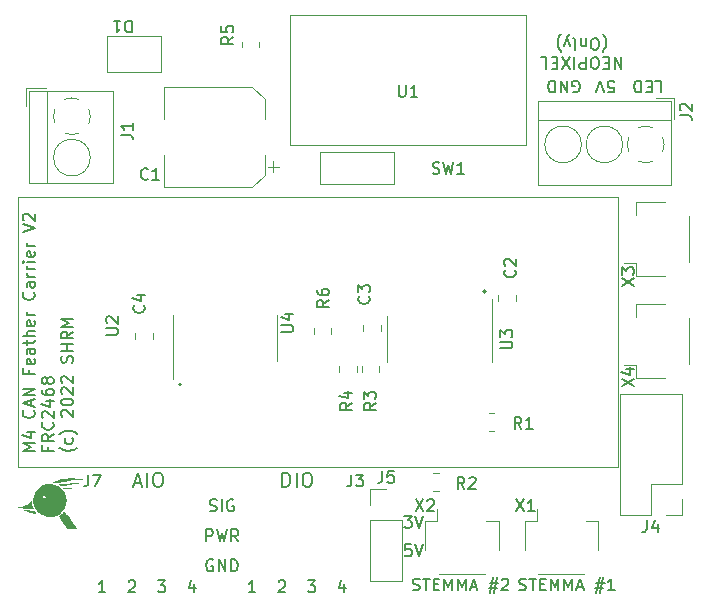
<source format=gbr>
%TF.GenerationSoftware,KiCad,Pcbnew,(6.0.8-1)-1*%
%TF.CreationDate,2022-12-25T14:42:35-06:00*%
%TF.ProjectId,M4_CAN_Feather_Carrier,4d345f43-414e-45f4-9665-61746865725f,rev?*%
%TF.SameCoordinates,Original*%
%TF.FileFunction,Legend,Top*%
%TF.FilePolarity,Positive*%
%FSLAX46Y46*%
G04 Gerber Fmt 4.6, Leading zero omitted, Abs format (unit mm)*
G04 Created by KiCad (PCBNEW (6.0.8-1)-1) date 2022-12-25 14:42:35*
%MOMM*%
%LPD*%
G01*
G04 APERTURE LIST*
%ADD10C,0.202000*%
%ADD11C,0.150000*%
%ADD12C,0.120000*%
G04 APERTURE END LIST*
D10*
X94335000Y-94615000D02*
G75*
G03*
X94335000Y-94615000I-101000J0D01*
G01*
X120116000Y-86741000D02*
G75*
G03*
X120116000Y-86741000I-101000J0D01*
G01*
D11*
X81942380Y-100248404D02*
X80942380Y-100248404D01*
X81656666Y-99915071D01*
X80942380Y-99581738D01*
X81942380Y-99581738D01*
X81275714Y-98676976D02*
X81942380Y-98676976D01*
X80894761Y-98915071D02*
X81609047Y-99153166D01*
X81609047Y-98534119D01*
X81847142Y-96819833D02*
X81894761Y-96867452D01*
X81942380Y-97010309D01*
X81942380Y-97105547D01*
X81894761Y-97248404D01*
X81799523Y-97343642D01*
X81704285Y-97391261D01*
X81513809Y-97438880D01*
X81370952Y-97438880D01*
X81180476Y-97391261D01*
X81085238Y-97343642D01*
X80990000Y-97248404D01*
X80942380Y-97105547D01*
X80942380Y-97010309D01*
X80990000Y-96867452D01*
X81037619Y-96819833D01*
X81656666Y-96438880D02*
X81656666Y-95962690D01*
X81942380Y-96534119D02*
X80942380Y-96200785D01*
X81942380Y-95867452D01*
X81942380Y-95534119D02*
X80942380Y-95534119D01*
X81942380Y-94962690D01*
X80942380Y-94962690D01*
X81418571Y-93391261D02*
X81418571Y-93724595D01*
X81942380Y-93724595D02*
X80942380Y-93724595D01*
X80942380Y-93248404D01*
X81894761Y-92486500D02*
X81942380Y-92581738D01*
X81942380Y-92772214D01*
X81894761Y-92867452D01*
X81799523Y-92915071D01*
X81418571Y-92915071D01*
X81323333Y-92867452D01*
X81275714Y-92772214D01*
X81275714Y-92581738D01*
X81323333Y-92486500D01*
X81418571Y-92438880D01*
X81513809Y-92438880D01*
X81609047Y-92915071D01*
X81942380Y-91581738D02*
X81418571Y-91581738D01*
X81323333Y-91629357D01*
X81275714Y-91724595D01*
X81275714Y-91915071D01*
X81323333Y-92010309D01*
X81894761Y-91581738D02*
X81942380Y-91676976D01*
X81942380Y-91915071D01*
X81894761Y-92010309D01*
X81799523Y-92057928D01*
X81704285Y-92057928D01*
X81609047Y-92010309D01*
X81561428Y-91915071D01*
X81561428Y-91676976D01*
X81513809Y-91581738D01*
X81275714Y-91248404D02*
X81275714Y-90867452D01*
X80942380Y-91105547D02*
X81799523Y-91105547D01*
X81894761Y-91057928D01*
X81942380Y-90962690D01*
X81942380Y-90867452D01*
X81942380Y-90534119D02*
X80942380Y-90534119D01*
X81942380Y-90105547D02*
X81418571Y-90105547D01*
X81323333Y-90153166D01*
X81275714Y-90248404D01*
X81275714Y-90391261D01*
X81323333Y-90486500D01*
X81370952Y-90534119D01*
X81894761Y-89248404D02*
X81942380Y-89343642D01*
X81942380Y-89534119D01*
X81894761Y-89629357D01*
X81799523Y-89676976D01*
X81418571Y-89676976D01*
X81323333Y-89629357D01*
X81275714Y-89534119D01*
X81275714Y-89343642D01*
X81323333Y-89248404D01*
X81418571Y-89200785D01*
X81513809Y-89200785D01*
X81609047Y-89676976D01*
X81942380Y-88772214D02*
X81275714Y-88772214D01*
X81466190Y-88772214D02*
X81370952Y-88724595D01*
X81323333Y-88676976D01*
X81275714Y-88581738D01*
X81275714Y-88486500D01*
X81847142Y-86819833D02*
X81894761Y-86867452D01*
X81942380Y-87010309D01*
X81942380Y-87105547D01*
X81894761Y-87248404D01*
X81799523Y-87343642D01*
X81704285Y-87391261D01*
X81513809Y-87438880D01*
X81370952Y-87438880D01*
X81180476Y-87391261D01*
X81085238Y-87343642D01*
X80990000Y-87248404D01*
X80942380Y-87105547D01*
X80942380Y-87010309D01*
X80990000Y-86867452D01*
X81037619Y-86819833D01*
X81942380Y-85962690D02*
X81418571Y-85962690D01*
X81323333Y-86010309D01*
X81275714Y-86105547D01*
X81275714Y-86296023D01*
X81323333Y-86391261D01*
X81894761Y-85962690D02*
X81942380Y-86057928D01*
X81942380Y-86296023D01*
X81894761Y-86391261D01*
X81799523Y-86438880D01*
X81704285Y-86438880D01*
X81609047Y-86391261D01*
X81561428Y-86296023D01*
X81561428Y-86057928D01*
X81513809Y-85962690D01*
X81942380Y-85486500D02*
X81275714Y-85486500D01*
X81466190Y-85486500D02*
X81370952Y-85438880D01*
X81323333Y-85391261D01*
X81275714Y-85296023D01*
X81275714Y-85200785D01*
X81942380Y-84867452D02*
X81275714Y-84867452D01*
X81466190Y-84867452D02*
X81370952Y-84819833D01*
X81323333Y-84772214D01*
X81275714Y-84676976D01*
X81275714Y-84581738D01*
X81942380Y-84248404D02*
X81275714Y-84248404D01*
X80942380Y-84248404D02*
X80990000Y-84296023D01*
X81037619Y-84248404D01*
X80990000Y-84200785D01*
X80942380Y-84248404D01*
X81037619Y-84248404D01*
X81894761Y-83391261D02*
X81942380Y-83486500D01*
X81942380Y-83676976D01*
X81894761Y-83772214D01*
X81799523Y-83819833D01*
X81418571Y-83819833D01*
X81323333Y-83772214D01*
X81275714Y-83676976D01*
X81275714Y-83486500D01*
X81323333Y-83391261D01*
X81418571Y-83343642D01*
X81513809Y-83343642D01*
X81609047Y-83819833D01*
X81942380Y-82915071D02*
X81275714Y-82915071D01*
X81466190Y-82915071D02*
X81370952Y-82867452D01*
X81323333Y-82819833D01*
X81275714Y-82724595D01*
X81275714Y-82629357D01*
X80942380Y-81676976D02*
X81942380Y-81343642D01*
X80942380Y-81010309D01*
X81037619Y-80724595D02*
X80990000Y-80676976D01*
X80942380Y-80581738D01*
X80942380Y-80343642D01*
X80990000Y-80248404D01*
X81037619Y-80200785D01*
X81132857Y-80153166D01*
X81228095Y-80153166D01*
X81370952Y-80200785D01*
X81942380Y-80772214D01*
X81942380Y-80153166D01*
X83028571Y-99915071D02*
X83028571Y-100248404D01*
X83552380Y-100248404D02*
X82552380Y-100248404D01*
X82552380Y-99772214D01*
X83552380Y-98819833D02*
X83076190Y-99153166D01*
X83552380Y-99391261D02*
X82552380Y-99391261D01*
X82552380Y-99010309D01*
X82600000Y-98915071D01*
X82647619Y-98867452D01*
X82742857Y-98819833D01*
X82885714Y-98819833D01*
X82980952Y-98867452D01*
X83028571Y-98915071D01*
X83076190Y-99010309D01*
X83076190Y-99391261D01*
X83457142Y-97819833D02*
X83504761Y-97867452D01*
X83552380Y-98010309D01*
X83552380Y-98105547D01*
X83504761Y-98248404D01*
X83409523Y-98343642D01*
X83314285Y-98391261D01*
X83123809Y-98438880D01*
X82980952Y-98438880D01*
X82790476Y-98391261D01*
X82695238Y-98343642D01*
X82600000Y-98248404D01*
X82552380Y-98105547D01*
X82552380Y-98010309D01*
X82600000Y-97867452D01*
X82647619Y-97819833D01*
X82647619Y-97438880D02*
X82600000Y-97391261D01*
X82552380Y-97296023D01*
X82552380Y-97057928D01*
X82600000Y-96962690D01*
X82647619Y-96915071D01*
X82742857Y-96867452D01*
X82838095Y-96867452D01*
X82980952Y-96915071D01*
X83552380Y-97486500D01*
X83552380Y-96867452D01*
X82885714Y-96010309D02*
X83552380Y-96010309D01*
X82504761Y-96248404D02*
X83219047Y-96486500D01*
X83219047Y-95867452D01*
X82552380Y-95057928D02*
X82552380Y-95248404D01*
X82600000Y-95343642D01*
X82647619Y-95391261D01*
X82790476Y-95486500D01*
X82980952Y-95534119D01*
X83361904Y-95534119D01*
X83457142Y-95486500D01*
X83504761Y-95438880D01*
X83552380Y-95343642D01*
X83552380Y-95153166D01*
X83504761Y-95057928D01*
X83457142Y-95010309D01*
X83361904Y-94962690D01*
X83123809Y-94962690D01*
X83028571Y-95010309D01*
X82980952Y-95057928D01*
X82933333Y-95153166D01*
X82933333Y-95343642D01*
X82980952Y-95438880D01*
X83028571Y-95486500D01*
X83123809Y-95534119D01*
X82980952Y-94391261D02*
X82933333Y-94486500D01*
X82885714Y-94534119D01*
X82790476Y-94581738D01*
X82742857Y-94581738D01*
X82647619Y-94534119D01*
X82600000Y-94486500D01*
X82552380Y-94391261D01*
X82552380Y-94200785D01*
X82600000Y-94105547D01*
X82647619Y-94057928D01*
X82742857Y-94010309D01*
X82790476Y-94010309D01*
X82885714Y-94057928D01*
X82933333Y-94105547D01*
X82980952Y-94200785D01*
X82980952Y-94391261D01*
X83028571Y-94486500D01*
X83076190Y-94534119D01*
X83171428Y-94581738D01*
X83361904Y-94581738D01*
X83457142Y-94534119D01*
X83504761Y-94486500D01*
X83552380Y-94391261D01*
X83552380Y-94200785D01*
X83504761Y-94105547D01*
X83457142Y-94057928D01*
X83361904Y-94010309D01*
X83171428Y-94010309D01*
X83076190Y-94057928D01*
X83028571Y-94105547D01*
X82980952Y-94200785D01*
X85543333Y-99962690D02*
X85495714Y-100010309D01*
X85352857Y-100105547D01*
X85257619Y-100153166D01*
X85114761Y-100200785D01*
X84876666Y-100248404D01*
X84686190Y-100248404D01*
X84448095Y-100200785D01*
X84305238Y-100153166D01*
X84210000Y-100105547D01*
X84067142Y-100010309D01*
X84019523Y-99962690D01*
X85114761Y-99153166D02*
X85162380Y-99248404D01*
X85162380Y-99438880D01*
X85114761Y-99534119D01*
X85067142Y-99581738D01*
X84971904Y-99629357D01*
X84686190Y-99629357D01*
X84590952Y-99581738D01*
X84543333Y-99534119D01*
X84495714Y-99438880D01*
X84495714Y-99248404D01*
X84543333Y-99153166D01*
X85543333Y-98819833D02*
X85495714Y-98772214D01*
X85352857Y-98676976D01*
X85257619Y-98629357D01*
X85114761Y-98581738D01*
X84876666Y-98534119D01*
X84686190Y-98534119D01*
X84448095Y-98581738D01*
X84305238Y-98629357D01*
X84210000Y-98676976D01*
X84067142Y-98772214D01*
X84019523Y-98819833D01*
X84257619Y-97343642D02*
X84210000Y-97296023D01*
X84162380Y-97200785D01*
X84162380Y-96962690D01*
X84210000Y-96867452D01*
X84257619Y-96819833D01*
X84352857Y-96772214D01*
X84448095Y-96772214D01*
X84590952Y-96819833D01*
X85162380Y-97391261D01*
X85162380Y-96772214D01*
X84162380Y-96153166D02*
X84162380Y-96057928D01*
X84210000Y-95962690D01*
X84257619Y-95915071D01*
X84352857Y-95867452D01*
X84543333Y-95819833D01*
X84781428Y-95819833D01*
X84971904Y-95867452D01*
X85067142Y-95915071D01*
X85114761Y-95962690D01*
X85162380Y-96057928D01*
X85162380Y-96153166D01*
X85114761Y-96248404D01*
X85067142Y-96296023D01*
X84971904Y-96343642D01*
X84781428Y-96391261D01*
X84543333Y-96391261D01*
X84352857Y-96343642D01*
X84257619Y-96296023D01*
X84210000Y-96248404D01*
X84162380Y-96153166D01*
X84257619Y-95438880D02*
X84210000Y-95391261D01*
X84162380Y-95296023D01*
X84162380Y-95057928D01*
X84210000Y-94962690D01*
X84257619Y-94915071D01*
X84352857Y-94867452D01*
X84448095Y-94867452D01*
X84590952Y-94915071D01*
X85162380Y-95486500D01*
X85162380Y-94867452D01*
X84257619Y-94486500D02*
X84210000Y-94438880D01*
X84162380Y-94343642D01*
X84162380Y-94105547D01*
X84210000Y-94010309D01*
X84257619Y-93962690D01*
X84352857Y-93915071D01*
X84448095Y-93915071D01*
X84590952Y-93962690D01*
X85162380Y-94534119D01*
X85162380Y-93915071D01*
X85114761Y-92772214D02*
X85162380Y-92629357D01*
X85162380Y-92391261D01*
X85114761Y-92296023D01*
X85067142Y-92248404D01*
X84971904Y-92200785D01*
X84876666Y-92200785D01*
X84781428Y-92248404D01*
X84733809Y-92296023D01*
X84686190Y-92391261D01*
X84638571Y-92581738D01*
X84590952Y-92676976D01*
X84543333Y-92724595D01*
X84448095Y-92772214D01*
X84352857Y-92772214D01*
X84257619Y-92724595D01*
X84210000Y-92676976D01*
X84162380Y-92581738D01*
X84162380Y-92343642D01*
X84210000Y-92200785D01*
X85162380Y-91772214D02*
X84162380Y-91772214D01*
X84638571Y-91772214D02*
X84638571Y-91200785D01*
X85162380Y-91200785D02*
X84162380Y-91200785D01*
X85162380Y-90153166D02*
X84686190Y-90486500D01*
X85162380Y-90724595D02*
X84162380Y-90724595D01*
X84162380Y-90343642D01*
X84210000Y-90248404D01*
X84257619Y-90200785D01*
X84352857Y-90153166D01*
X84495714Y-90153166D01*
X84590952Y-90200785D01*
X84638571Y-90248404D01*
X84686190Y-90343642D01*
X84686190Y-90724595D01*
X85162380Y-89724595D02*
X84162380Y-89724595D01*
X84876666Y-89391261D01*
X84162380Y-89057928D01*
X85162380Y-89057928D01*
X130492476Y-69889619D02*
X130968666Y-69889619D01*
X131016285Y-69413428D01*
X130968666Y-69461047D01*
X130873428Y-69508666D01*
X130635333Y-69508666D01*
X130540095Y-69461047D01*
X130492476Y-69413428D01*
X130444857Y-69318190D01*
X130444857Y-69080095D01*
X130492476Y-68984857D01*
X130540095Y-68937238D01*
X130635333Y-68889619D01*
X130873428Y-68889619D01*
X130968666Y-68937238D01*
X131016285Y-68984857D01*
X130159142Y-69889619D02*
X129825809Y-68889619D01*
X129492476Y-69889619D01*
X87915714Y-112212380D02*
X87344285Y-112212380D01*
X87630000Y-112212380D02*
X87630000Y-111212380D01*
X87534761Y-111355238D01*
X87439523Y-111450476D01*
X87344285Y-111498095D01*
X90367000Y-102943000D02*
X90938428Y-102943000D01*
X90252714Y-103285857D02*
X90652714Y-102085857D01*
X91052714Y-103285857D01*
X91452714Y-103285857D02*
X91452714Y-102085857D01*
X92252714Y-102085857D02*
X92481285Y-102085857D01*
X92595571Y-102143000D01*
X92709857Y-102257285D01*
X92767000Y-102485857D01*
X92767000Y-102885857D01*
X92709857Y-103114428D01*
X92595571Y-103228714D01*
X92481285Y-103285857D01*
X92252714Y-103285857D01*
X92138428Y-103228714D01*
X92024142Y-103114428D01*
X91967000Y-102885857D01*
X91967000Y-102485857D01*
X92024142Y-102257285D01*
X92138428Y-102143000D01*
X92252714Y-102085857D01*
X102911428Y-103285857D02*
X102911428Y-102085857D01*
X103197142Y-102085857D01*
X103368571Y-102143000D01*
X103482857Y-102257285D01*
X103540000Y-102371571D01*
X103597142Y-102600142D01*
X103597142Y-102771571D01*
X103540000Y-103000142D01*
X103482857Y-103114428D01*
X103368571Y-103228714D01*
X103197142Y-103285857D01*
X102911428Y-103285857D01*
X104111428Y-103285857D02*
X104111428Y-102085857D01*
X104911428Y-102085857D02*
X105140000Y-102085857D01*
X105254285Y-102143000D01*
X105368571Y-102257285D01*
X105425714Y-102485857D01*
X105425714Y-102885857D01*
X105368571Y-103114428D01*
X105254285Y-103228714D01*
X105140000Y-103285857D01*
X104911428Y-103285857D01*
X104797142Y-103228714D01*
X104682857Y-103114428D01*
X104625714Y-102885857D01*
X104625714Y-102485857D01*
X104682857Y-102257285D01*
X104797142Y-102143000D01*
X104911428Y-102085857D01*
X92376666Y-111212380D02*
X92995714Y-111212380D01*
X92662380Y-111593333D01*
X92805238Y-111593333D01*
X92900476Y-111640952D01*
X92948095Y-111688571D01*
X92995714Y-111783809D01*
X92995714Y-112021904D01*
X92948095Y-112117142D01*
X92900476Y-112164761D01*
X92805238Y-112212380D01*
X92519523Y-112212380D01*
X92424285Y-112164761D01*
X92376666Y-112117142D01*
X113952380Y-112004761D02*
X114095238Y-112052380D01*
X114333333Y-112052380D01*
X114428571Y-112004761D01*
X114476190Y-111957142D01*
X114523809Y-111861904D01*
X114523809Y-111766666D01*
X114476190Y-111671428D01*
X114428571Y-111623809D01*
X114333333Y-111576190D01*
X114142857Y-111528571D01*
X114047619Y-111480952D01*
X114000000Y-111433333D01*
X113952380Y-111338095D01*
X113952380Y-111242857D01*
X114000000Y-111147619D01*
X114047619Y-111100000D01*
X114142857Y-111052380D01*
X114380952Y-111052380D01*
X114523809Y-111100000D01*
X114809523Y-111052380D02*
X115380952Y-111052380D01*
X115095238Y-112052380D02*
X115095238Y-111052380D01*
X115714285Y-111528571D02*
X116047619Y-111528571D01*
X116190476Y-112052380D02*
X115714285Y-112052380D01*
X115714285Y-111052380D01*
X116190476Y-111052380D01*
X116619047Y-112052380D02*
X116619047Y-111052380D01*
X116952380Y-111766666D01*
X117285714Y-111052380D01*
X117285714Y-112052380D01*
X117761904Y-112052380D02*
X117761904Y-111052380D01*
X118095238Y-111766666D01*
X118428571Y-111052380D01*
X118428571Y-112052380D01*
X118857142Y-111766666D02*
X119333333Y-111766666D01*
X118761904Y-112052380D02*
X119095238Y-111052380D01*
X119428571Y-112052380D01*
X120476190Y-111385714D02*
X121190476Y-111385714D01*
X120761904Y-110957142D02*
X120476190Y-112242857D01*
X121095238Y-111814285D02*
X120380952Y-111814285D01*
X120809523Y-112242857D02*
X121095238Y-110957142D01*
X121476190Y-111147619D02*
X121523809Y-111100000D01*
X121619047Y-111052380D01*
X121857142Y-111052380D01*
X121952380Y-111100000D01*
X122000000Y-111147619D01*
X122047619Y-111242857D01*
X122047619Y-111338095D01*
X122000000Y-111480952D01*
X121428571Y-112052380D01*
X122047619Y-112052380D01*
X113809523Y-108152380D02*
X113333333Y-108152380D01*
X113285714Y-108628571D01*
X113333333Y-108580952D01*
X113428571Y-108533333D01*
X113666666Y-108533333D01*
X113761904Y-108580952D01*
X113809523Y-108628571D01*
X113857142Y-108723809D01*
X113857142Y-108961904D01*
X113809523Y-109057142D01*
X113761904Y-109104761D01*
X113666666Y-109152380D01*
X113428571Y-109152380D01*
X113333333Y-109104761D01*
X113285714Y-109057142D01*
X114142857Y-108152380D02*
X114476190Y-109152380D01*
X114809523Y-108152380D01*
X131603333Y-66900619D02*
X131603333Y-67900619D01*
X131031904Y-66900619D01*
X131031904Y-67900619D01*
X130555714Y-67424428D02*
X130222380Y-67424428D01*
X130079523Y-66900619D02*
X130555714Y-66900619D01*
X130555714Y-67900619D01*
X130079523Y-67900619D01*
X129460476Y-67900619D02*
X129270000Y-67900619D01*
X129174761Y-67853000D01*
X129079523Y-67757761D01*
X129031904Y-67567285D01*
X129031904Y-67233952D01*
X129079523Y-67043476D01*
X129174761Y-66948238D01*
X129270000Y-66900619D01*
X129460476Y-66900619D01*
X129555714Y-66948238D01*
X129650952Y-67043476D01*
X129698571Y-67233952D01*
X129698571Y-67567285D01*
X129650952Y-67757761D01*
X129555714Y-67853000D01*
X129460476Y-67900619D01*
X128603333Y-66900619D02*
X128603333Y-67900619D01*
X128222380Y-67900619D01*
X128127142Y-67853000D01*
X128079523Y-67805380D01*
X128031904Y-67710142D01*
X128031904Y-67567285D01*
X128079523Y-67472047D01*
X128127142Y-67424428D01*
X128222380Y-67376809D01*
X128603333Y-67376809D01*
X127603333Y-66900619D02*
X127603333Y-67900619D01*
X127222380Y-67900619D02*
X126555714Y-66900619D01*
X126555714Y-67900619D02*
X127222380Y-66900619D01*
X126174761Y-67424428D02*
X125841428Y-67424428D01*
X125698571Y-66900619D02*
X126174761Y-66900619D01*
X126174761Y-67900619D01*
X125698571Y-67900619D01*
X124793809Y-66900619D02*
X125270000Y-66900619D01*
X125270000Y-67900619D01*
X130031904Y-64909666D02*
X130079523Y-64957285D01*
X130174761Y-65100142D01*
X130222380Y-65195380D01*
X130270000Y-65338238D01*
X130317619Y-65576333D01*
X130317619Y-65766809D01*
X130270000Y-66004904D01*
X130222380Y-66147761D01*
X130174761Y-66243000D01*
X130079523Y-66385857D01*
X130031904Y-66433476D01*
X129460476Y-66290619D02*
X129270000Y-66290619D01*
X129174761Y-66243000D01*
X129079523Y-66147761D01*
X129031904Y-65957285D01*
X129031904Y-65623952D01*
X129079523Y-65433476D01*
X129174761Y-65338238D01*
X129270000Y-65290619D01*
X129460476Y-65290619D01*
X129555714Y-65338238D01*
X129650952Y-65433476D01*
X129698571Y-65623952D01*
X129698571Y-65957285D01*
X129650952Y-66147761D01*
X129555714Y-66243000D01*
X129460476Y-66290619D01*
X128603333Y-65957285D02*
X128603333Y-65290619D01*
X128603333Y-65862047D02*
X128555714Y-65909666D01*
X128460476Y-65957285D01*
X128317619Y-65957285D01*
X128222380Y-65909666D01*
X128174761Y-65814428D01*
X128174761Y-65290619D01*
X127555714Y-65290619D02*
X127650952Y-65338238D01*
X127698571Y-65433476D01*
X127698571Y-66290619D01*
X127270000Y-65957285D02*
X127031904Y-65290619D01*
X126793809Y-65957285D02*
X127031904Y-65290619D01*
X127127142Y-65052523D01*
X127174761Y-65004904D01*
X127270000Y-64957285D01*
X126508095Y-64909666D02*
X126460476Y-64957285D01*
X126365238Y-65100142D01*
X126317619Y-65195380D01*
X126270000Y-65338238D01*
X126222380Y-65576333D01*
X126222380Y-65766809D01*
X126270000Y-66004904D01*
X126317619Y-66147761D01*
X126365238Y-66243000D01*
X126460476Y-66385857D01*
X126508095Y-66433476D01*
X100615714Y-112212380D02*
X100044285Y-112212380D01*
X100330000Y-112212380D02*
X100330000Y-111212380D01*
X100234761Y-111355238D01*
X100139523Y-111450476D01*
X100044285Y-111498095D01*
X122952380Y-112004761D02*
X123095238Y-112052380D01*
X123333333Y-112052380D01*
X123428571Y-112004761D01*
X123476190Y-111957142D01*
X123523809Y-111861904D01*
X123523809Y-111766666D01*
X123476190Y-111671428D01*
X123428571Y-111623809D01*
X123333333Y-111576190D01*
X123142857Y-111528571D01*
X123047619Y-111480952D01*
X123000000Y-111433333D01*
X122952380Y-111338095D01*
X122952380Y-111242857D01*
X123000000Y-111147619D01*
X123047619Y-111100000D01*
X123142857Y-111052380D01*
X123380952Y-111052380D01*
X123523809Y-111100000D01*
X123809523Y-111052380D02*
X124380952Y-111052380D01*
X124095238Y-112052380D02*
X124095238Y-111052380D01*
X124714285Y-111528571D02*
X125047619Y-111528571D01*
X125190476Y-112052380D02*
X124714285Y-112052380D01*
X124714285Y-111052380D01*
X125190476Y-111052380D01*
X125619047Y-112052380D02*
X125619047Y-111052380D01*
X125952380Y-111766666D01*
X126285714Y-111052380D01*
X126285714Y-112052380D01*
X126761904Y-112052380D02*
X126761904Y-111052380D01*
X127095238Y-111766666D01*
X127428571Y-111052380D01*
X127428571Y-112052380D01*
X127857142Y-111766666D02*
X128333333Y-111766666D01*
X127761904Y-112052380D02*
X128095238Y-111052380D01*
X128428571Y-112052380D01*
X129476190Y-111385714D02*
X130190476Y-111385714D01*
X129761904Y-110957142D02*
X129476190Y-112242857D01*
X130095238Y-111814285D02*
X129380952Y-111814285D01*
X129809523Y-112242857D02*
X130095238Y-110957142D01*
X131047619Y-112052380D02*
X130476190Y-112052380D01*
X130761904Y-112052380D02*
X130761904Y-111052380D01*
X130666666Y-111195238D01*
X130571428Y-111290476D01*
X130476190Y-111338095D01*
X105076666Y-111212380D02*
X105695714Y-111212380D01*
X105362380Y-111593333D01*
X105505238Y-111593333D01*
X105600476Y-111640952D01*
X105648095Y-111688571D01*
X105695714Y-111783809D01*
X105695714Y-112021904D01*
X105648095Y-112117142D01*
X105600476Y-112164761D01*
X105505238Y-112212380D01*
X105219523Y-112212380D01*
X105124285Y-112164761D01*
X105076666Y-112117142D01*
X127507904Y-69842000D02*
X127603142Y-69889619D01*
X127746000Y-69889619D01*
X127888857Y-69842000D01*
X127984095Y-69746761D01*
X128031714Y-69651523D01*
X128079333Y-69461047D01*
X128079333Y-69318190D01*
X128031714Y-69127714D01*
X127984095Y-69032476D01*
X127888857Y-68937238D01*
X127746000Y-68889619D01*
X127650761Y-68889619D01*
X127507904Y-68937238D01*
X127460285Y-68984857D01*
X127460285Y-69318190D01*
X127650761Y-69318190D01*
X127031714Y-68889619D02*
X127031714Y-69889619D01*
X126460285Y-68889619D01*
X126460285Y-69889619D01*
X125984095Y-68889619D02*
X125984095Y-69889619D01*
X125746000Y-69889619D01*
X125603142Y-69842000D01*
X125507904Y-69746761D01*
X125460285Y-69651523D01*
X125412666Y-69461047D01*
X125412666Y-69318190D01*
X125460285Y-69127714D01*
X125507904Y-69032476D01*
X125603142Y-68937238D01*
X125746000Y-68889619D01*
X125984095Y-68889619D01*
X102584285Y-111307619D02*
X102631904Y-111260000D01*
X102727142Y-111212380D01*
X102965238Y-111212380D01*
X103060476Y-111260000D01*
X103108095Y-111307619D01*
X103155714Y-111402857D01*
X103155714Y-111498095D01*
X103108095Y-111640952D01*
X102536666Y-112212380D01*
X103155714Y-112212380D01*
X113238095Y-105752380D02*
X113857142Y-105752380D01*
X113523809Y-106133333D01*
X113666666Y-106133333D01*
X113761904Y-106180952D01*
X113809523Y-106228571D01*
X113857142Y-106323809D01*
X113857142Y-106561904D01*
X113809523Y-106657142D01*
X113761904Y-106704761D01*
X113666666Y-106752380D01*
X113380952Y-106752380D01*
X113285714Y-106704761D01*
X113238095Y-106657142D01*
X114142857Y-105752380D02*
X114476190Y-106752380D01*
X114809523Y-105752380D01*
X89884285Y-111307619D02*
X89931904Y-111260000D01*
X90027142Y-111212380D01*
X90265238Y-111212380D01*
X90360476Y-111260000D01*
X90408095Y-111307619D01*
X90455714Y-111402857D01*
X90455714Y-111498095D01*
X90408095Y-111640952D01*
X89836666Y-112212380D01*
X90455714Y-112212380D01*
X96456666Y-107894380D02*
X96456666Y-106894380D01*
X96837619Y-106894380D01*
X96932857Y-106942000D01*
X96980476Y-106989619D01*
X97028095Y-107084857D01*
X97028095Y-107227714D01*
X96980476Y-107322952D01*
X96932857Y-107370571D01*
X96837619Y-107418190D01*
X96456666Y-107418190D01*
X97361428Y-106894380D02*
X97599523Y-107894380D01*
X97790000Y-107180095D01*
X97980476Y-107894380D01*
X98218571Y-106894380D01*
X99170952Y-107894380D02*
X98837619Y-107418190D01*
X98599523Y-107894380D02*
X98599523Y-106894380D01*
X98980476Y-106894380D01*
X99075714Y-106942000D01*
X99123333Y-106989619D01*
X99170952Y-107084857D01*
X99170952Y-107227714D01*
X99123333Y-107322952D01*
X99075714Y-107370571D01*
X98980476Y-107418190D01*
X98599523Y-107418190D01*
X134500857Y-68889619D02*
X134977047Y-68889619D01*
X134977047Y-69889619D01*
X134167523Y-69413428D02*
X133834190Y-69413428D01*
X133691333Y-68889619D02*
X134167523Y-68889619D01*
X134167523Y-69889619D01*
X133691333Y-69889619D01*
X133262761Y-68889619D02*
X133262761Y-69889619D01*
X133024666Y-69889619D01*
X132881809Y-69842000D01*
X132786571Y-69746761D01*
X132738952Y-69651523D01*
X132691333Y-69461047D01*
X132691333Y-69318190D01*
X132738952Y-69127714D01*
X132786571Y-69032476D01*
X132881809Y-68937238D01*
X133024666Y-68889619D01*
X133262761Y-68889619D01*
X95440476Y-111545714D02*
X95440476Y-112212380D01*
X95202380Y-111164761D02*
X94964285Y-111879047D01*
X95583333Y-111879047D01*
X96766190Y-105306761D02*
X96909047Y-105354380D01*
X97147142Y-105354380D01*
X97242380Y-105306761D01*
X97290000Y-105259142D01*
X97337619Y-105163904D01*
X97337619Y-105068666D01*
X97290000Y-104973428D01*
X97242380Y-104925809D01*
X97147142Y-104878190D01*
X96956666Y-104830571D01*
X96861428Y-104782952D01*
X96813809Y-104735333D01*
X96766190Y-104640095D01*
X96766190Y-104544857D01*
X96813809Y-104449619D01*
X96861428Y-104402000D01*
X96956666Y-104354380D01*
X97194761Y-104354380D01*
X97337619Y-104402000D01*
X97766190Y-105354380D02*
X97766190Y-104354380D01*
X98766190Y-104402000D02*
X98670952Y-104354380D01*
X98528095Y-104354380D01*
X98385238Y-104402000D01*
X98290000Y-104497238D01*
X98242380Y-104592476D01*
X98194761Y-104782952D01*
X98194761Y-104925809D01*
X98242380Y-105116285D01*
X98290000Y-105211523D01*
X98385238Y-105306761D01*
X98528095Y-105354380D01*
X98623333Y-105354380D01*
X98766190Y-105306761D01*
X98813809Y-105259142D01*
X98813809Y-104925809D01*
X98623333Y-104925809D01*
X108140476Y-111545714D02*
X108140476Y-112212380D01*
X107902380Y-111164761D02*
X107664285Y-111879047D01*
X108283333Y-111879047D01*
X97028095Y-109482000D02*
X96932857Y-109434380D01*
X96790000Y-109434380D01*
X96647142Y-109482000D01*
X96551904Y-109577238D01*
X96504285Y-109672476D01*
X96456666Y-109862952D01*
X96456666Y-110005809D01*
X96504285Y-110196285D01*
X96551904Y-110291523D01*
X96647142Y-110386761D01*
X96790000Y-110434380D01*
X96885238Y-110434380D01*
X97028095Y-110386761D01*
X97075714Y-110339142D01*
X97075714Y-110005809D01*
X96885238Y-110005809D01*
X97504285Y-110434380D02*
X97504285Y-109434380D01*
X98075714Y-110434380D01*
X98075714Y-109434380D01*
X98551904Y-110434380D02*
X98551904Y-109434380D01*
X98790000Y-109434380D01*
X98932857Y-109482000D01*
X99028095Y-109577238D01*
X99075714Y-109672476D01*
X99123333Y-109862952D01*
X99123333Y-110005809D01*
X99075714Y-110196285D01*
X99028095Y-110291523D01*
X98932857Y-110386761D01*
X98790000Y-110434380D01*
X98551904Y-110434380D01*
%TO.C,X3*%
X131659380Y-86280523D02*
X132659380Y-85613857D01*
X131659380Y-85613857D02*
X132659380Y-86280523D01*
X131659380Y-85328142D02*
X131659380Y-84709095D01*
X132040333Y-85042428D01*
X132040333Y-84899571D01*
X132087952Y-84804333D01*
X132135571Y-84756714D01*
X132230809Y-84709095D01*
X132468904Y-84709095D01*
X132564142Y-84756714D01*
X132611761Y-84804333D01*
X132659380Y-84899571D01*
X132659380Y-85185285D01*
X132611761Y-85280523D01*
X132564142Y-85328142D01*
%TO.C,J5*%
X111366666Y-101942380D02*
X111366666Y-102656666D01*
X111319047Y-102799523D01*
X111223809Y-102894761D01*
X111080952Y-102942380D01*
X110985714Y-102942380D01*
X112319047Y-101942380D02*
X111842857Y-101942380D01*
X111795238Y-102418571D01*
X111842857Y-102370952D01*
X111938095Y-102323333D01*
X112176190Y-102323333D01*
X112271428Y-102370952D01*
X112319047Y-102418571D01*
X112366666Y-102513809D01*
X112366666Y-102751904D01*
X112319047Y-102847142D01*
X112271428Y-102894761D01*
X112176190Y-102942380D01*
X111938095Y-102942380D01*
X111842857Y-102894761D01*
X111795238Y-102847142D01*
%TO.C,C1*%
X91527333Y-77192142D02*
X91479714Y-77239761D01*
X91336857Y-77287380D01*
X91241619Y-77287380D01*
X91098761Y-77239761D01*
X91003523Y-77144523D01*
X90955904Y-77049285D01*
X90908285Y-76858809D01*
X90908285Y-76715952D01*
X90955904Y-76525476D01*
X91003523Y-76430238D01*
X91098761Y-76335000D01*
X91241619Y-76287380D01*
X91336857Y-76287380D01*
X91479714Y-76335000D01*
X91527333Y-76382619D01*
X92479714Y-77287380D02*
X91908285Y-77287380D01*
X92194000Y-77287380D02*
X92194000Y-76287380D01*
X92098761Y-76430238D01*
X92003523Y-76525476D01*
X91908285Y-76573095D01*
%TO.C,J2*%
X136552380Y-71833333D02*
X137266666Y-71833333D01*
X137409523Y-71880952D01*
X137504761Y-71976190D01*
X137552380Y-72119047D01*
X137552380Y-72214285D01*
X136647619Y-71404761D02*
X136600000Y-71357142D01*
X136552380Y-71261904D01*
X136552380Y-71023809D01*
X136600000Y-70928571D01*
X136647619Y-70880952D01*
X136742857Y-70833333D01*
X136838095Y-70833333D01*
X136980952Y-70880952D01*
X137552380Y-71452380D01*
X137552380Y-70833333D01*
%TO.C,D1*%
X90146095Y-63809619D02*
X90146095Y-64809619D01*
X89908000Y-64809619D01*
X89765142Y-64762000D01*
X89669904Y-64666761D01*
X89622285Y-64571523D01*
X89574666Y-64381047D01*
X89574666Y-64238190D01*
X89622285Y-64047714D01*
X89669904Y-63952476D01*
X89765142Y-63857238D01*
X89908000Y-63809619D01*
X90146095Y-63809619D01*
X88622285Y-63809619D02*
X89193714Y-63809619D01*
X88908000Y-63809619D02*
X88908000Y-64809619D01*
X89003238Y-64666761D01*
X89098476Y-64571523D01*
X89193714Y-64523904D01*
%TO.C,X2*%
X114190476Y-104352380D02*
X114857142Y-105352380D01*
X114857142Y-104352380D02*
X114190476Y-105352380D01*
X115190476Y-104447619D02*
X115238095Y-104400000D01*
X115333333Y-104352380D01*
X115571428Y-104352380D01*
X115666666Y-104400000D01*
X115714285Y-104447619D01*
X115761904Y-104542857D01*
X115761904Y-104638095D01*
X115714285Y-104780952D01*
X115142857Y-105352380D01*
X115761904Y-105352380D01*
%TO.C,C4*%
X91162142Y-87923666D02*
X91209761Y-87971285D01*
X91257380Y-88114142D01*
X91257380Y-88209380D01*
X91209761Y-88352238D01*
X91114523Y-88447476D01*
X91019285Y-88495095D01*
X90828809Y-88542714D01*
X90685952Y-88542714D01*
X90495476Y-88495095D01*
X90400238Y-88447476D01*
X90305000Y-88352238D01*
X90257380Y-88209380D01*
X90257380Y-88114142D01*
X90305000Y-87971285D01*
X90352619Y-87923666D01*
X90590714Y-87066523D02*
X91257380Y-87066523D01*
X90209761Y-87304619D02*
X90924047Y-87542714D01*
X90924047Y-86923666D01*
%TO.C,R5*%
X98750380Y-65190666D02*
X98274190Y-65524000D01*
X98750380Y-65762095D02*
X97750380Y-65762095D01*
X97750380Y-65381142D01*
X97798000Y-65285904D01*
X97845619Y-65238285D01*
X97940857Y-65190666D01*
X98083714Y-65190666D01*
X98178952Y-65238285D01*
X98226571Y-65285904D01*
X98274190Y-65381142D01*
X98274190Y-65762095D01*
X97750380Y-64285904D02*
X97750380Y-64762095D01*
X98226571Y-64809714D01*
X98178952Y-64762095D01*
X98131333Y-64666857D01*
X98131333Y-64428761D01*
X98178952Y-64333523D01*
X98226571Y-64285904D01*
X98321809Y-64238285D01*
X98559904Y-64238285D01*
X98655142Y-64285904D01*
X98702761Y-64333523D01*
X98750380Y-64428761D01*
X98750380Y-64666857D01*
X98702761Y-64762095D01*
X98655142Y-64809714D01*
%TO.C,U1*%
X112776095Y-69253380D02*
X112776095Y-70062904D01*
X112823714Y-70158142D01*
X112871333Y-70205761D01*
X112966571Y-70253380D01*
X113157047Y-70253380D01*
X113252285Y-70205761D01*
X113299904Y-70158142D01*
X113347523Y-70062904D01*
X113347523Y-69253380D01*
X114347523Y-70253380D02*
X113776095Y-70253380D01*
X114061809Y-70253380D02*
X114061809Y-69253380D01*
X113966571Y-69396238D01*
X113871333Y-69491476D01*
X113776095Y-69539095D01*
%TO.C,C3*%
X110212142Y-87161666D02*
X110259761Y-87209285D01*
X110307380Y-87352142D01*
X110307380Y-87447380D01*
X110259761Y-87590238D01*
X110164523Y-87685476D01*
X110069285Y-87733095D01*
X109878809Y-87780714D01*
X109735952Y-87780714D01*
X109545476Y-87733095D01*
X109450238Y-87685476D01*
X109355000Y-87590238D01*
X109307380Y-87447380D01*
X109307380Y-87352142D01*
X109355000Y-87209285D01*
X109402619Y-87161666D01*
X109307380Y-86828333D02*
X109307380Y-86209285D01*
X109688333Y-86542619D01*
X109688333Y-86399761D01*
X109735952Y-86304523D01*
X109783571Y-86256904D01*
X109878809Y-86209285D01*
X110116904Y-86209285D01*
X110212142Y-86256904D01*
X110259761Y-86304523D01*
X110307380Y-86399761D01*
X110307380Y-86685476D01*
X110259761Y-86780714D01*
X110212142Y-86828333D01*
%TO.C,J3*%
X108759666Y-102252380D02*
X108759666Y-102966666D01*
X108712047Y-103109523D01*
X108616809Y-103204761D01*
X108473952Y-103252380D01*
X108378714Y-103252380D01*
X109140619Y-102252380D02*
X109759666Y-102252380D01*
X109426333Y-102633333D01*
X109569190Y-102633333D01*
X109664428Y-102680952D01*
X109712047Y-102728571D01*
X109759666Y-102823809D01*
X109759666Y-103061904D01*
X109712047Y-103157142D01*
X109664428Y-103204761D01*
X109569190Y-103252380D01*
X109283476Y-103252380D01*
X109188238Y-103204761D01*
X109140619Y-103157142D01*
%TO.C,U3*%
X121372380Y-91566904D02*
X122181904Y-91566904D01*
X122277142Y-91519285D01*
X122324761Y-91471666D01*
X122372380Y-91376428D01*
X122372380Y-91185952D01*
X122324761Y-91090714D01*
X122277142Y-91043095D01*
X122181904Y-90995476D01*
X121372380Y-90995476D01*
X121372380Y-90614523D02*
X121372380Y-89995476D01*
X121753333Y-90328809D01*
X121753333Y-90185952D01*
X121800952Y-90090714D01*
X121848571Y-90043095D01*
X121943809Y-89995476D01*
X122181904Y-89995476D01*
X122277142Y-90043095D01*
X122324761Y-90090714D01*
X122372380Y-90185952D01*
X122372380Y-90471666D01*
X122324761Y-90566904D01*
X122277142Y-90614523D01*
%TO.C,C2*%
X122592142Y-84941666D02*
X122639761Y-84989285D01*
X122687380Y-85132142D01*
X122687380Y-85227380D01*
X122639761Y-85370238D01*
X122544523Y-85465476D01*
X122449285Y-85513095D01*
X122258809Y-85560714D01*
X122115952Y-85560714D01*
X121925476Y-85513095D01*
X121830238Y-85465476D01*
X121735000Y-85370238D01*
X121687380Y-85227380D01*
X121687380Y-85132142D01*
X121735000Y-84989285D01*
X121782619Y-84941666D01*
X121782619Y-84560714D02*
X121735000Y-84513095D01*
X121687380Y-84417857D01*
X121687380Y-84179761D01*
X121735000Y-84084523D01*
X121782619Y-84036904D01*
X121877857Y-83989285D01*
X121973095Y-83989285D01*
X122115952Y-84036904D01*
X122687380Y-84608333D01*
X122687380Y-83989285D01*
%TO.C,R2*%
X118324333Y-103449380D02*
X117991000Y-102973190D01*
X117752904Y-103449380D02*
X117752904Y-102449380D01*
X118133857Y-102449380D01*
X118229095Y-102497000D01*
X118276714Y-102544619D01*
X118324333Y-102639857D01*
X118324333Y-102782714D01*
X118276714Y-102877952D01*
X118229095Y-102925571D01*
X118133857Y-102973190D01*
X117752904Y-102973190D01*
X118705285Y-102544619D02*
X118752904Y-102497000D01*
X118848142Y-102449380D01*
X119086238Y-102449380D01*
X119181476Y-102497000D01*
X119229095Y-102544619D01*
X119276714Y-102639857D01*
X119276714Y-102735095D01*
X119229095Y-102877952D01*
X118657666Y-103449380D01*
X119276714Y-103449380D01*
%TO.C,X4*%
X131659380Y-94789523D02*
X132659380Y-94122857D01*
X131659380Y-94122857D02*
X132659380Y-94789523D01*
X131992714Y-93313333D02*
X132659380Y-93313333D01*
X131611761Y-93551428D02*
X132326047Y-93789523D01*
X132326047Y-93170476D01*
%TO.C,SW1*%
X115633666Y-76731761D02*
X115776523Y-76779380D01*
X116014619Y-76779380D01*
X116109857Y-76731761D01*
X116157476Y-76684142D01*
X116205095Y-76588904D01*
X116205095Y-76493666D01*
X116157476Y-76398428D01*
X116109857Y-76350809D01*
X116014619Y-76303190D01*
X115824142Y-76255571D01*
X115728904Y-76207952D01*
X115681285Y-76160333D01*
X115633666Y-76065095D01*
X115633666Y-75969857D01*
X115681285Y-75874619D01*
X115728904Y-75827000D01*
X115824142Y-75779380D01*
X116062238Y-75779380D01*
X116205095Y-75827000D01*
X116538428Y-75779380D02*
X116776523Y-76779380D01*
X116967000Y-76065095D01*
X117157476Y-76779380D01*
X117395571Y-75779380D01*
X118300333Y-76779380D02*
X117728904Y-76779380D01*
X118014619Y-76779380D02*
X118014619Y-75779380D01*
X117919380Y-75922238D01*
X117824142Y-76017476D01*
X117728904Y-76065095D01*
%TO.C,J7*%
X86466666Y-102252380D02*
X86466666Y-102966666D01*
X86419047Y-103109523D01*
X86323809Y-103204761D01*
X86180952Y-103252380D01*
X86085714Y-103252380D01*
X86847619Y-102252380D02*
X87514285Y-102252380D01*
X87085714Y-103252380D01*
%TO.C,R4*%
X108783380Y-96178666D02*
X108307190Y-96512000D01*
X108783380Y-96750095D02*
X107783380Y-96750095D01*
X107783380Y-96369142D01*
X107831000Y-96273904D01*
X107878619Y-96226285D01*
X107973857Y-96178666D01*
X108116714Y-96178666D01*
X108211952Y-96226285D01*
X108259571Y-96273904D01*
X108307190Y-96369142D01*
X108307190Y-96750095D01*
X108116714Y-95321523D02*
X108783380Y-95321523D01*
X107735761Y-95559619D02*
X108450047Y-95797714D01*
X108450047Y-95178666D01*
%TO.C,R3*%
X110815380Y-96178666D02*
X110339190Y-96512000D01*
X110815380Y-96750095D02*
X109815380Y-96750095D01*
X109815380Y-96369142D01*
X109863000Y-96273904D01*
X109910619Y-96226285D01*
X110005857Y-96178666D01*
X110148714Y-96178666D01*
X110243952Y-96226285D01*
X110291571Y-96273904D01*
X110339190Y-96369142D01*
X110339190Y-96750095D01*
X109815380Y-95845333D02*
X109815380Y-95226285D01*
X110196333Y-95559619D01*
X110196333Y-95416761D01*
X110243952Y-95321523D01*
X110291571Y-95273904D01*
X110386809Y-95226285D01*
X110624904Y-95226285D01*
X110720142Y-95273904D01*
X110767761Y-95321523D01*
X110815380Y-95416761D01*
X110815380Y-95702476D01*
X110767761Y-95797714D01*
X110720142Y-95845333D01*
%TO.C,J1*%
X89241380Y-73485333D02*
X89955666Y-73485333D01*
X90098523Y-73532952D01*
X90193761Y-73628190D01*
X90241380Y-73771047D01*
X90241380Y-73866285D01*
X90241380Y-72485333D02*
X90241380Y-73056761D01*
X90241380Y-72771047D02*
X89241380Y-72771047D01*
X89384238Y-72866285D01*
X89479476Y-72961523D01*
X89527095Y-73056761D01*
%TO.C,U4*%
X102830380Y-90169904D02*
X103639904Y-90169904D01*
X103735142Y-90122285D01*
X103782761Y-90074666D01*
X103830380Y-89979428D01*
X103830380Y-89788952D01*
X103782761Y-89693714D01*
X103735142Y-89646095D01*
X103639904Y-89598476D01*
X102830380Y-89598476D01*
X103163714Y-88693714D02*
X103830380Y-88693714D01*
X102782761Y-88931809D02*
X103497047Y-89169904D01*
X103497047Y-88550857D01*
%TO.C,U2*%
X87971380Y-90423904D02*
X88780904Y-90423904D01*
X88876142Y-90376285D01*
X88923761Y-90328666D01*
X88971380Y-90233428D01*
X88971380Y-90042952D01*
X88923761Y-89947714D01*
X88876142Y-89900095D01*
X88780904Y-89852476D01*
X87971380Y-89852476D01*
X88066619Y-89423904D02*
X88019000Y-89376285D01*
X87971380Y-89281047D01*
X87971380Y-89042952D01*
X88019000Y-88947714D01*
X88066619Y-88900095D01*
X88161857Y-88852476D01*
X88257095Y-88852476D01*
X88399952Y-88900095D01*
X88971380Y-89471523D01*
X88971380Y-88852476D01*
%TO.C,X1*%
X122690476Y-104352380D02*
X123357142Y-105352380D01*
X123357142Y-104352380D02*
X122690476Y-105352380D01*
X124261904Y-105352380D02*
X123690476Y-105352380D01*
X123976190Y-105352380D02*
X123976190Y-104352380D01*
X123880952Y-104495238D01*
X123785714Y-104590476D01*
X123690476Y-104638095D01*
%TO.C,R1*%
X123150333Y-98369380D02*
X122817000Y-97893190D01*
X122578904Y-98369380D02*
X122578904Y-97369380D01*
X122959857Y-97369380D01*
X123055095Y-97417000D01*
X123102714Y-97464619D01*
X123150333Y-97559857D01*
X123150333Y-97702714D01*
X123102714Y-97797952D01*
X123055095Y-97845571D01*
X122959857Y-97893190D01*
X122578904Y-97893190D01*
X124102714Y-98369380D02*
X123531285Y-98369380D01*
X123817000Y-98369380D02*
X123817000Y-97369380D01*
X123721761Y-97512238D01*
X123626523Y-97607476D01*
X123531285Y-97655095D01*
%TO.C,R6*%
X106852380Y-87466666D02*
X106376190Y-87800000D01*
X106852380Y-88038095D02*
X105852380Y-88038095D01*
X105852380Y-87657142D01*
X105900000Y-87561904D01*
X105947619Y-87514285D01*
X106042857Y-87466666D01*
X106185714Y-87466666D01*
X106280952Y-87514285D01*
X106328571Y-87561904D01*
X106376190Y-87657142D01*
X106376190Y-88038095D01*
X105852380Y-86609523D02*
X105852380Y-86800000D01*
X105900000Y-86895238D01*
X105947619Y-86942857D01*
X106090476Y-87038095D01*
X106280952Y-87085714D01*
X106661904Y-87085714D01*
X106757142Y-87038095D01*
X106804761Y-86990476D01*
X106852380Y-86895238D01*
X106852380Y-86704761D01*
X106804761Y-86609523D01*
X106757142Y-86561904D01*
X106661904Y-86514285D01*
X106423809Y-86514285D01*
X106328571Y-86561904D01*
X106280952Y-86609523D01*
X106233333Y-86704761D01*
X106233333Y-86895238D01*
X106280952Y-86990476D01*
X106328571Y-87038095D01*
X106423809Y-87085714D01*
%TO.C,J4*%
X133771666Y-106122380D02*
X133771666Y-106836666D01*
X133724047Y-106979523D01*
X133628809Y-107074761D01*
X133485952Y-107122380D01*
X133390714Y-107122380D01*
X134676428Y-106455714D02*
X134676428Y-107122380D01*
X134438333Y-106074761D02*
X134200238Y-106789047D01*
X134819285Y-106789047D01*
D12*
%TO.C,X3*%
X132835000Y-85406000D02*
X132835000Y-84356000D01*
X135335000Y-79186000D02*
X132835000Y-79186000D01*
X132835000Y-84356000D02*
X131845000Y-84356000D01*
X135335000Y-85406000D02*
X132835000Y-85406000D01*
X137305000Y-84236000D02*
X137305000Y-80356000D01*
X132835000Y-79186000D02*
X132835000Y-80236000D01*
%TO.C,J5*%
X113030000Y-106090000D02*
X113030000Y-111230000D01*
X110370000Y-104820000D02*
X110370000Y-103490000D01*
X110370000Y-111230000D02*
X113030000Y-111230000D01*
X110370000Y-106090000D02*
X113030000Y-106090000D01*
X110370000Y-106090000D02*
X110370000Y-111230000D01*
X110370000Y-103490000D02*
X111700000Y-103490000D01*
%TO.C,C1*%
X92895000Y-77920000D02*
X92895000Y-75170000D01*
X100350563Y-77920000D02*
X92895000Y-77920000D01*
X92895000Y-69400000D02*
X92895000Y-72150000D01*
X100350563Y-69400000D02*
X92895000Y-69400000D01*
X101415000Y-70464437D02*
X101415000Y-72150000D01*
X102155000Y-76670000D02*
X102155000Y-75670000D01*
X101415000Y-76855563D02*
X100350563Y-77920000D01*
X101415000Y-70464437D02*
X100350563Y-69400000D01*
X101415000Y-76855563D02*
X101415000Y-75170000D01*
X102655000Y-76170000D02*
X101655000Y-76170000D01*
%TO.C,J2*%
X124515000Y-77755000D02*
X124515000Y-70635000D01*
X136075000Y-70395000D02*
X134575000Y-70395000D01*
X135835000Y-77755000D02*
X135835000Y-70635000D01*
X135835000Y-77755000D02*
X124515000Y-77755000D01*
X135835000Y-72195000D02*
X124515000Y-72195000D01*
X136075000Y-72135000D02*
X136075000Y-70395000D01*
X135835000Y-70635000D02*
X124515000Y-70635000D01*
X133067000Y-75727000D02*
G75*
G03*
X134282742Y-75727109I608000J1432000D01*
G01*
X134283000Y-72863000D02*
G75*
G03*
X133647989Y-72739507I-607998J-1431988D01*
G01*
X135107000Y-74903000D02*
G75*
G03*
X135107109Y-73687258I-1432000J608000D01*
G01*
X133675000Y-72740000D02*
G75*
G03*
X133067413Y-72863615I0J-1555000D01*
G01*
X132243000Y-73687000D02*
G75*
G03*
X132242891Y-74902742I1432003J-607999D01*
G01*
X128230000Y-74295000D02*
G75*
G03*
X128230000Y-74295000I-1555000J0D01*
G01*
X131730000Y-74295000D02*
G75*
G03*
X131730000Y-74295000I-1555000J0D01*
G01*
%TO.C,D1*%
X92648000Y-68199000D02*
X88076000Y-68199000D01*
X88076000Y-68199000D02*
X88076000Y-65151000D01*
X88076000Y-65151000D02*
X92648000Y-65151000D01*
X92648000Y-65151000D02*
X92648000Y-68199000D01*
%TO.C,X2*%
X121210000Y-108665000D02*
X121210000Y-106165000D01*
X121210000Y-106165000D02*
X120160000Y-106165000D01*
X114990000Y-106165000D02*
X116040000Y-106165000D01*
X116040000Y-106165000D02*
X116040000Y-105175000D01*
X114990000Y-108665000D02*
X114990000Y-106165000D01*
X116160000Y-110635000D02*
X120040000Y-110635000D01*
%TO.C,C4*%
X91921000Y-90751252D02*
X91921000Y-90228748D01*
X90451000Y-90751252D02*
X90451000Y-90228748D01*
%TO.C,R5*%
X100938000Y-66036564D02*
X100938000Y-65582436D01*
X99468000Y-66036564D02*
X99468000Y-65582436D01*
%TO.C,U1*%
X103538000Y-63334000D02*
X123538000Y-63334000D01*
X123538000Y-63334000D02*
X123538000Y-74334000D01*
X123538000Y-74334000D02*
X103538000Y-74334000D01*
X103538000Y-74334000D02*
X103538000Y-63334000D01*
%TO.C,C3*%
X111225000Y-90111252D02*
X111225000Y-89588748D01*
X109755000Y-90111252D02*
X109755000Y-89588748D01*
%TO.C,U3*%
X111770000Y-90805000D02*
X111770000Y-88855000D01*
X111770000Y-90805000D02*
X111770000Y-92755000D01*
X120640000Y-90805000D02*
X120640000Y-87355000D01*
X120640000Y-90805000D02*
X120640000Y-92755000D01*
%TO.C,C2*%
X122655000Y-87576252D02*
X122655000Y-87053748D01*
X121185000Y-87576252D02*
X121185000Y-87053748D01*
%TO.C,R2*%
X116154564Y-103605000D02*
X115700436Y-103605000D01*
X116154564Y-102135000D02*
X115700436Y-102135000D01*
%TO.C,G\u002A\u002A\u002A*%
G36*
X85513529Y-102987044D02*
G01*
X85627994Y-102991972D01*
X85695237Y-103001824D01*
X85708740Y-103014482D01*
X85668515Y-103032057D01*
X85585846Y-103043572D01*
X85515173Y-103046192D01*
X85383659Y-103052761D01*
X85203859Y-103071233D01*
X84989396Y-103099756D01*
X84753894Y-103136481D01*
X84510978Y-103179556D01*
X84455456Y-103190173D01*
X84321232Y-103215901D01*
X84233459Y-103229074D01*
X84176174Y-103228417D01*
X84133419Y-103212651D01*
X84089233Y-103180499D01*
X84062668Y-103158740D01*
X83970405Y-103083306D01*
X84110234Y-103066828D01*
X84315192Y-103045151D01*
X84532945Y-103026433D01*
X84754917Y-103010953D01*
X84972535Y-102998994D01*
X85177225Y-102990835D01*
X85360414Y-102986758D01*
X85513529Y-102987044D01*
G37*
G36*
X81142447Y-105252201D02*
G01*
X81212909Y-105263295D01*
X81329045Y-105275428D01*
X81473168Y-105286940D01*
X81590795Y-105294266D01*
X81746951Y-105303776D01*
X81853619Y-105314330D01*
X81924693Y-105329251D01*
X81974067Y-105351860D01*
X82015632Y-105385478D01*
X82029621Y-105399171D01*
X82079776Y-105462010D01*
X82097002Y-105510599D01*
X82094695Y-105518085D01*
X82052390Y-105536206D01*
X81965036Y-105545402D01*
X81850450Y-105545105D01*
X81726450Y-105534750D01*
X81697379Y-105530722D01*
X81521209Y-105492148D01*
X81353022Y-105434097D01*
X81214444Y-105364848D01*
X81157629Y-105324087D01*
X81047316Y-105229352D01*
X81142447Y-105252201D01*
G37*
G36*
X84773233Y-103347067D02*
G01*
X84910730Y-103352404D01*
X85031621Y-103361349D01*
X85119947Y-103373534D01*
X85158521Y-103387079D01*
X85169023Y-103409359D01*
X85138199Y-103421695D01*
X85056856Y-103426547D01*
X85009526Y-103426942D01*
X84869146Y-103430427D01*
X84709184Y-103439148D01*
X84611253Y-103446967D01*
X84480632Y-103454394D01*
X84404317Y-103446030D01*
X84378178Y-103428777D01*
X84369540Y-103381402D01*
X84376355Y-103369114D01*
X84420691Y-103356359D01*
X84512254Y-103348678D01*
X84635088Y-103345702D01*
X84773233Y-103347067D01*
G37*
G36*
X82080119Y-103606077D02*
G01*
X82266595Y-103390763D01*
X82495813Y-103216639D01*
X82622525Y-103148529D01*
X82877894Y-103059910D01*
X83149812Y-103022431D01*
X83425671Y-103034375D01*
X83692865Y-103094023D01*
X83938788Y-103199657D01*
X84150834Y-103349562D01*
X84160158Y-103358038D01*
X84369832Y-103590438D01*
X84521660Y-103846625D01*
X84614415Y-104122625D01*
X84646871Y-104414464D01*
X84617802Y-104718168D01*
X84602047Y-104790262D01*
X84508848Y-105047122D01*
X84364851Y-105276312D01*
X84178424Y-105472996D01*
X83957936Y-105632337D01*
X83711758Y-105749496D01*
X83448259Y-105819637D01*
X83175807Y-105837923D01*
X82902773Y-105799516D01*
X82870662Y-105790950D01*
X82575424Y-105679540D01*
X82326184Y-105525399D01*
X82124849Y-105331020D01*
X81973328Y-105098897D01*
X81873529Y-104831521D01*
X81827362Y-104531387D01*
X81824220Y-104423931D01*
X81854223Y-104130183D01*
X81857642Y-104119356D01*
X82627944Y-104119356D01*
X82634841Y-104183793D01*
X82646484Y-104200963D01*
X82706746Y-104243031D01*
X82743821Y-104251186D01*
X82809423Y-104228312D01*
X82841158Y-104200963D01*
X82862994Y-104136574D01*
X82834432Y-104078892D01*
X82767303Y-104046861D01*
X82743821Y-104045069D01*
X82668214Y-104066798D01*
X82627944Y-104119356D01*
X81857642Y-104119356D01*
X81941092Y-103855058D01*
X82080119Y-103606077D01*
G37*
G36*
X85227634Y-102575160D02*
G01*
X85549354Y-102595246D01*
X85828638Y-102631218D01*
X85968160Y-102655652D01*
X86082738Y-102677497D01*
X86159029Y-102694096D01*
X86183677Y-102701946D01*
X86161392Y-102706648D01*
X86090418Y-102706924D01*
X85985332Y-102702779D01*
X85968648Y-102701842D01*
X85726491Y-102698711D01*
X85440713Y-102713015D01*
X85128084Y-102742829D01*
X84805376Y-102786227D01*
X84489361Y-102841283D01*
X84202497Y-102904649D01*
X84088544Y-102932387D01*
X83986995Y-102955968D01*
X83943833Y-102965324D01*
X83864235Y-102984041D01*
X83816991Y-102998159D01*
X83755679Y-102996049D01*
X83726842Y-102982924D01*
X83659482Y-102959025D01*
X83593944Y-102951547D01*
X83514888Y-102943397D01*
X83491175Y-102921951D01*
X83516764Y-102889856D01*
X83585616Y-102849762D01*
X83691690Y-102804316D01*
X83828945Y-102756167D01*
X83991341Y-102707963D01*
X84172838Y-102662354D01*
X84329003Y-102629266D01*
X84596295Y-102592142D01*
X84902893Y-102574116D01*
X85227634Y-102575160D01*
G37*
G36*
X84487270Y-105353121D02*
G01*
X84508075Y-105404896D01*
X84543384Y-105450559D01*
X84629779Y-105544312D01*
X84714021Y-105644918D01*
X84804288Y-105763249D01*
X84908760Y-105910174D01*
X85035617Y-106096563D01*
X85084506Y-106169663D01*
X85184250Y-106317382D01*
X85273212Y-106445563D01*
X85344981Y-106545253D01*
X85393145Y-106607493D01*
X85409833Y-106624178D01*
X85437290Y-106660575D01*
X85439201Y-106675789D01*
X85461461Y-106728970D01*
X85486767Y-106756305D01*
X85526630Y-106802080D01*
X85534333Y-106823608D01*
X85504570Y-106833803D01*
X85423057Y-106842178D01*
X85301453Y-106847988D01*
X85151418Y-106850484D01*
X85114170Y-106850512D01*
X84694008Y-106849587D01*
X84551311Y-106654533D01*
X84480561Y-106556296D01*
X84424738Y-106475959D01*
X84394465Y-106428861D01*
X84392759Y-106425557D01*
X84367178Y-106380665D01*
X84319805Y-106304357D01*
X84289701Y-106257497D01*
X84239685Y-106177327D01*
X84208141Y-106120543D01*
X84202497Y-106105589D01*
X84185915Y-106071465D01*
X84146065Y-106008532D01*
X84097788Y-105938676D01*
X84055929Y-105883778D01*
X84041632Y-105868415D01*
X84016051Y-105827929D01*
X84003751Y-105799050D01*
X84007925Y-105754888D01*
X84058598Y-105705243D01*
X84122017Y-105664680D01*
X84226600Y-105589783D01*
X84332759Y-105493130D01*
X84373323Y-105448651D01*
X84434204Y-105382378D01*
X84475588Y-105349448D01*
X84487270Y-105353121D01*
G37*
G36*
X81693843Y-104501334D02*
G01*
X81714751Y-104571814D01*
X81727230Y-104663709D01*
X81728656Y-104701983D01*
X81741537Y-104792614D01*
X81771969Y-104890934D01*
X81772513Y-104892245D01*
X81814074Y-104999236D01*
X81849034Y-105099438D01*
X81882132Y-105202497D01*
X81591566Y-105198086D01*
X81423506Y-105191105D01*
X81243689Y-105176657D01*
X81086569Y-105157623D01*
X81063171Y-105153901D01*
X80870675Y-105118702D01*
X80709061Y-105083219D01*
X80586736Y-105049697D01*
X80512104Y-105020384D01*
X80492385Y-105001338D01*
X80515596Y-104986211D01*
X80537901Y-104991205D01*
X80620067Y-105000820D01*
X80740052Y-104987959D01*
X80883248Y-104957283D01*
X81035048Y-104913450D01*
X81180843Y-104861120D01*
X81306026Y-104804953D01*
X81395987Y-104749606D01*
X81434428Y-104705254D01*
X81470942Y-104666853D01*
X81486726Y-104663330D01*
X81526904Y-104639155D01*
X81578352Y-104579920D01*
X81586392Y-104568290D01*
X81633253Y-104505630D01*
X81666613Y-104474127D01*
X81669898Y-104473250D01*
X81693843Y-104501334D01*
G37*
G36*
X86834457Y-106820721D02*
G01*
X86808758Y-106847976D01*
X86786892Y-106851436D01*
X86744584Y-106844651D01*
X86739326Y-106838973D01*
X86764122Y-106818526D01*
X86786892Y-106808258D01*
X86827724Y-106807599D01*
X86834457Y-106820721D01*
G37*
%TO.C,X4*%
X132835000Y-87816000D02*
X132835000Y-88866000D01*
X135335000Y-87816000D02*
X132835000Y-87816000D01*
X132835000Y-92986000D02*
X131845000Y-92986000D01*
X132835000Y-94036000D02*
X132835000Y-92986000D01*
X135335000Y-94036000D02*
X132835000Y-94036000D01*
X137305000Y-92866000D02*
X137305000Y-88986000D01*
%TO.C,SW1*%
X106120000Y-74977000D02*
X112320000Y-74977000D01*
X112320000Y-74977000D02*
X112320000Y-77677000D01*
X112320000Y-77677000D02*
X106120000Y-77677000D01*
X106120000Y-77677000D02*
X106120000Y-74977000D01*
%TO.C,R4*%
X107723000Y-93094436D02*
X107723000Y-93548564D01*
X109193000Y-93094436D02*
X109193000Y-93548564D01*
%TO.C,R3*%
X109628000Y-93094436D02*
X109628000Y-93548564D01*
X111098000Y-93094436D02*
X111098000Y-93548564D01*
%TO.C,J1*%
X82990000Y-69750000D02*
X82990000Y-77570000D01*
X88550000Y-69750000D02*
X81430000Y-69750000D01*
X81430000Y-69750000D02*
X81430000Y-77570000D01*
X82930000Y-69510000D02*
X81190000Y-69510000D01*
X88550000Y-77570000D02*
X81430000Y-77570000D01*
X88550000Y-69750000D02*
X88550000Y-77570000D01*
X81190000Y-69510000D02*
X81190000Y-71010000D01*
X84482000Y-73342000D02*
G75*
G03*
X85697742Y-73342109I607999J1432003D01*
G01*
X86522000Y-72518000D02*
G75*
G03*
X86522109Y-71302258I-1432000J608000D01*
G01*
X85698000Y-70478000D02*
G75*
G03*
X84482258Y-70477891I-608000J-1432000D01*
G01*
X83535000Y-71910000D02*
G75*
G03*
X83658615Y-72517587I1555000J0D01*
G01*
X83658000Y-71302000D02*
G75*
G03*
X83534507Y-71937011I1431988J-607998D01*
G01*
X86645000Y-75410000D02*
G75*
G03*
X86645000Y-75410000I-1555000J0D01*
G01*
%TO.C,U4*%
X93609000Y-90678000D02*
X93609000Y-88728000D01*
X102479000Y-90678000D02*
X102479000Y-88728000D01*
X93609000Y-90678000D02*
X93609000Y-94128000D01*
X102479000Y-90678000D02*
X102479000Y-92628000D01*
%TO.C,U2*%
X131350000Y-101600000D02*
X80550000Y-101600000D01*
X80550000Y-101600000D02*
X80550000Y-78740000D01*
X80550000Y-78740000D02*
X131350000Y-78740000D01*
X131350000Y-78740000D02*
X131350000Y-101600000D01*
%TO.C,X1*%
X129643000Y-106165000D02*
X128593000Y-106165000D01*
X124473000Y-106165000D02*
X124473000Y-105175000D01*
X129643000Y-108665000D02*
X129643000Y-106165000D01*
X123423000Y-108665000D02*
X123423000Y-106165000D01*
X124593000Y-110635000D02*
X128473000Y-110635000D01*
X123423000Y-106165000D02*
X124473000Y-106165000D01*
%TO.C,R1*%
X120853564Y-98525000D02*
X120399436Y-98525000D01*
X120853564Y-97055000D02*
X120399436Y-97055000D01*
%TO.C,R6*%
X107035000Y-90327064D02*
X107035000Y-89872936D01*
X105565000Y-90327064D02*
X105565000Y-89872936D01*
%TO.C,J4*%
X136705000Y-103070000D02*
X136705000Y-95390000D01*
X134105000Y-105670000D02*
X131505000Y-105670000D01*
X136705000Y-104340000D02*
X136705000Y-105670000D01*
X136705000Y-95390000D02*
X131505000Y-95390000D01*
X136705000Y-105670000D02*
X135375000Y-105670000D01*
X131505000Y-105670000D02*
X131505000Y-95390000D01*
X134105000Y-103070000D02*
X134105000Y-105670000D01*
X136705000Y-103070000D02*
X134105000Y-103070000D01*
%TD*%
M02*

</source>
